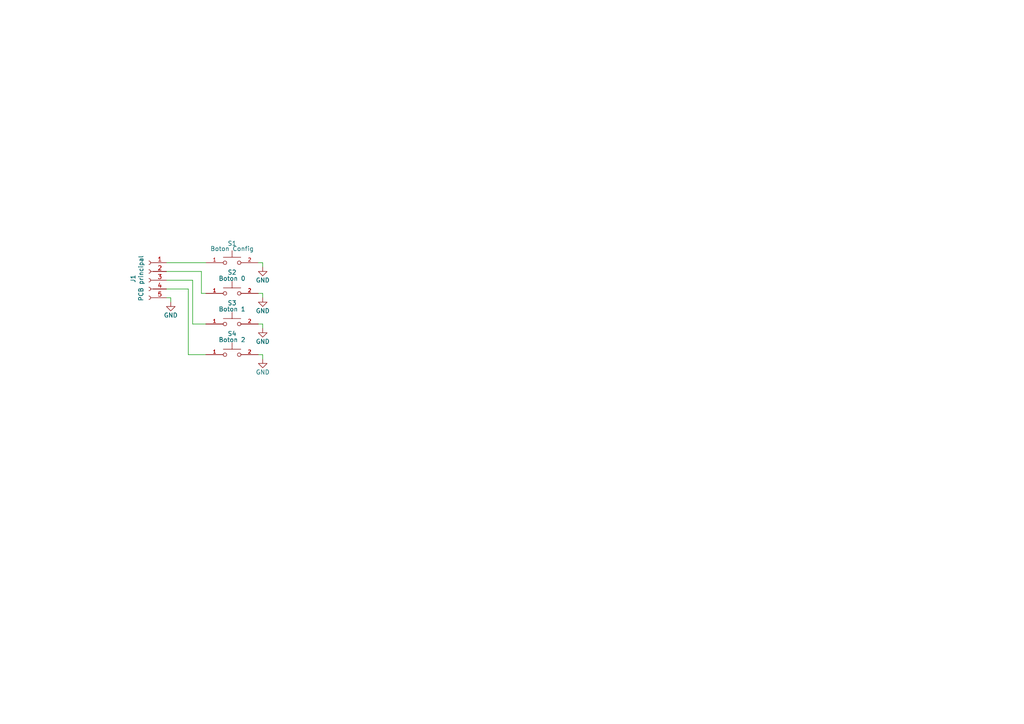
<source format=kicad_sch>
(kicad_sch (version 20250114) (generator "eeschema") (generator_version "9.0")
  (paper "A4")
  (lib_symbols
    (symbol "Connector:Conn_01x05_Socket" (pin_names (offset 1.016) (hide yes))
      (property "Reference" "J" (at 0 7.62 0))
      (property "Value" "Conn_01x05_Socket" (at 0 -7.62 0))
      (symbol "Conn_01x05_Socket_1_1"
        (polyline (pts (xy -1.27 5.08) (xy -0.508 5.08)) (stroke (width 0.1524)))
        (polyline (pts (xy -1.27 2.54) (xy -0.508 2.54)) (stroke (width 0.1524)))
        (polyline (pts (xy -1.27 0) (xy -0.508 0)) (stroke (width 0.1524)))
        (polyline (pts (xy -1.27 -2.54) (xy -0.508 -2.54)) (stroke (width 0.1524)))
        (polyline (pts (xy -1.27 -5.08) (xy -0.508 -5.08)) (stroke (width 0.1524)))
        (arc (start 0 4.572) (mid -0.5058 5.08) (end 0 5.588) (stroke (width 0.1524)))
        (arc (start 0 2.032) (mid -0.5058 2.54) (end 0 3.048) (stroke (width 0.1524)))
        (arc (start 0 -0.508) (mid -0.5058 0) (end 0 0.508) (stroke (width 0.1524)))
        (arc (start 0 -3.048) (mid -0.5058 -2.54) (end 0 -2.032) (stroke (width 0.1524)))
        (arc (start 0 -5.588) (mid -0.5058 -5.08) (end 0 -4.572) (stroke (width 0.1524)))
        (pin passive line (at -5.08 5.08 0) (length 3.81) (name "Pin_1") (number "1"))
        (pin passive line (at -5.08 2.54 0) (length 3.81) (name "Pin_2") (number "2"))
        (pin passive line (at -5.08 0 0) (length 3.81) (name "Pin_3") (number "3"))
        (pin passive line (at -5.08 -2.54 0) (length 3.81) (name "Pin_4") (number "4"))
        (pin passive line (at -5.08 -5.08 0) (length 3.81) (name "Pin_5") (number "5"))
      )
    )
    (symbol "Snapeda:BUTT-2" (pin_names (offset 1.016))
      (property "Reference" "S" (at -5.08 3.81 0))
      (property "Value" "BUTT-2" (at -5.08 -3.81 0))
      (symbol "BUTT-2_0_0"
        (polyline (pts (xy -2.54 1.5875) (xy 0 1.5875)) (stroke (width 0.1524)))
        (circle (center -2.0638 0) (radius 0.508) (stroke (width 0.1524)))
        (polyline (pts (xy 0 1.5875) (xy 0 3.4925)) (stroke (width 0.1524)))
        (polyline (pts (xy 0 1.5875) (xy 2.54 1.5875)) (stroke (width 0.1524)))
        (circle (center 2.0638 0) (radius 0.508) (stroke (width 0.1524)))
        (pin passive line (at -7.62 0 0) (length 5.08) (name "~") (number "1"))
        (pin passive line (at 7.62 0 180) (length 5.08) (name "~") (number "2"))
      )
    )
    (symbol "power:GND" (power) (pin_numbers (hide yes)) (pin_names (offset 0) (hide yes))
      (property "Value" "GND" (at 0 -3.81 0))
      (symbol "GND_0_1"
        (polyline (pts (xy 0 0) (xy 0 -1.27) (xy 1.27 -1.27) (xy 0 -2.54) (xy -1.27 -1.27) (xy 0 -1.27)))
      )
      (symbol "GND_1_1"
        (pin power_in line (at 0 0 270) (length 0) (name "~") (number "1"))
      )
    )
  )
  (wire (pts (xy 55.88 93.98) (xy 59.69 93.98)))
  (wire (pts (xy 76.2 76.2) (xy 74.93 76.2)))
  (wire (pts (xy 58.42 78.74) (xy 58.42 85.09)))
  (wire (pts (xy 54.61 83.82) (xy 54.61 102.87)))
  (wire (pts (xy 48.26 78.74) (xy 58.42 78.74)))
  (wire (pts (xy 58.42 85.09) (xy 59.69 85.09)))
  (wire (pts (xy 48.26 83.82) (xy 54.61 83.82)))
  (wire (pts (xy 76.2 86.36) (xy 76.2 85.09)))
  (wire (pts (xy 76.2 102.87) (xy 74.93 102.87)))
  (wire (pts (xy 76.2 85.09) (xy 74.93 85.09)))
  (wire (pts (xy 48.26 76.2) (xy 59.69 76.2)))
  (wire (pts (xy 76.2 93.98) (xy 74.93 93.98)))
  (wire (pts (xy 55.88 81.28) (xy 55.88 93.98)))
  (wire (pts (xy 48.26 81.28) (xy 55.88 81.28)))
  (wire (pts (xy 76.2 104.14) (xy 76.2 102.87)))
  (wire (pts (xy 54.61 102.87) (xy 59.69 102.87)))
  (wire (pts (xy 49.53 86.36) (xy 49.53 87.63)))
  (wire (pts (xy 76.2 95.25) (xy 76.2 93.98)))
  (wire (pts (xy 48.26 86.36) (xy 49.53 86.36)))
  (wire (pts (xy 76.2 77.47) (xy 76.2 76.2)))
  (symbol (lib_id "Snapeda:BUTT-2") (at 67.31 93.98 0) (unit 1)
    (property "Reference" "S3" (at 67.31 87.884 0))
    (property "Value" "Boton 1" (at 67.31 89.662 0))
    (property "Footprint" "Snapeda:BUTT-2_SW_BUTT-2" (effects (hide yes)))
    (property "MF" "Gravitech" (effects (hide yes)))
    (property "MAXIMUM_PACKAGE_HEIGHT" "9.5 mm" (effects (hide yes)))
    (property "Package" "None" (effects (hide yes)))
    (property "Price" "None" (effects (hide yes)))
    (property "Check_prices" "https://www.snapeda.com/parts/BUTT-2/Gravitech/view-part/?ref=eda" (effects (hide yes)))
    (property "STANDARD" "Manufactrer Recommendations" (effects (hide yes)))
    (property "PARTREV" "N/A" (effects (hide yes)))
    (property "SnapEDA_Link" "https://www.snapeda.com/parts/BUTT-2/Gravitech/view-part/?ref=snap" (effects (hide yes)))
    (property "MP" "BUTT-2" (effects (hide yes)))
    (property "Description_1" "Tactile Switches MINI PUSH BUTTON SWITCH 2-PIN QTY. 4" (effects (hide yes)))
    (property "Availability" "Not in stock" (effects (hide yes)))
    (property "MANUFACTURER" "Gravitech" (effects (hide yes)))
  )
  (symbol (lib_id "power:GND") (at 76.2 86.36 0) (unit 1)
    (property "Reference" "#PWR04" (effects (hide yes)))
    (property "Value" "GND" (at 76.2 90.17 0))
    (property "Description" "Power symbol creates a global label with name \"GND\" , ground" (effects (hide yes)))
  )
  (symbol (lib_id "Connector:Conn_01x05_Socket") (at 43.18 81.28 0) (mirror y) (unit 1)
    (property "Reference" "J1" (at 38.608 82.042 90) (effects (justify left)))
    (property "Value" "PCB principal" (at 40.894 87.376 90) (effects (justify left)))
    (property "Footprint" "Connector_Molex:Molex_KK-254_AE-6410-05A_1x05_P2.54mm_Vertical" (effects (hide yes)))
    (property "Description" "Generic connector, single row, 01x05, script generated" (effects (hide yes)))
  )
  (symbol (lib_id "power:GND") (at 49.53 87.63 0) (unit 1)
    (property "Reference" "#PWR01" (effects (hide yes)))
    (property "Value" "GND" (at 49.53 91.44 0))
    (property "Description" "Power symbol creates a global label with name \"GND\" , ground" (effects (hide yes)))
  )
  (symbol (lib_id "Snapeda:BUTT-2") (at 67.31 85.09 0) (unit 1)
    (property "Reference" "S2" (at 67.31 78.994 0))
    (property "Value" "Boton 0" (at 67.31 80.772 0))
    (property "Footprint" "Snapeda:BUTT-2_SW_BUTT-2" (effects (hide yes)))
    (property "MF" "Gravitech" (effects (hide yes)))
    (property "MAXIMUM_PACKAGE_HEIGHT" "9.5 mm" (effects (hide yes)))
    (property "Package" "None" (effects (hide yes)))
    (property "Price" "None" (effects (hide yes)))
    (property "Check_prices" "https://www.snapeda.com/parts/BUTT-2/Gravitech/view-part/?ref=eda" (effects (hide yes)))
    (property "STANDARD" "Manufactrer Recommendations" (effects (hide yes)))
    (property "PARTREV" "N/A" (effects (hide yes)))
    (property "SnapEDA_Link" "https://www.snapeda.com/parts/BUTT-2/Gravitech/view-part/?ref=snap" (effects (hide yes)))
    (property "MP" "BUTT-2" (effects (hide yes)))
    (property "Description_1" "Tactile Switches MINI PUSH BUTTON SWITCH 2-PIN QTY. 4" (effects (hide yes)))
    (property "Availability" "Not in stock" (effects (hide yes)))
    (property "MANUFACTURER" "Gravitech" (effects (hide yes)))
  )
  (symbol (lib_id "power:GND") (at 76.2 77.47 0) (unit 1)
    (property "Reference" "#PWR05" (effects (hide yes)))
    (property "Value" "GND" (at 76.2 81.28 0))
    (property "Description" "Power symbol creates a global label with name \"GND\" , ground" (effects (hide yes)))
  )
  (symbol (lib_id "Snapeda:BUTT-2") (at 67.31 102.87 0) (unit 1)
    (property "Reference" "S4" (at 67.31 96.774 0))
    (property "Value" "Boton 2" (at 67.31 98.552 0))
    (property "Footprint" "Snapeda:BUTT-2_SW_BUTT-2" (effects (hide yes)))
    (property "MF" "Gravitech" (effects (hide yes)))
    (property "MAXIMUM_PACKAGE_HEIGHT" "9.5 mm" (effects (hide yes)))
    (property "Package" "None" (effects (hide yes)))
    (property "Price" "None" (effects (hide yes)))
    (property "Check_prices" "https://www.snapeda.com/parts/BUTT-2/Gravitech/view-part/?ref=eda" (effects (hide yes)))
    (property "STANDARD" "Manufactrer Recommendations" (effects (hide yes)))
    (property "PARTREV" "N/A" (effects (hide yes)))
    (property "SnapEDA_Link" "https://www.snapeda.com/parts/BUTT-2/Gravitech/view-part/?ref=snap" (effects (hide yes)))
    (property "MP" "BUTT-2" (effects (hide yes)))
    (property "Description_1" "Tactile Switches MINI PUSH BUTTON SWITCH 2-PIN QTY. 4" (effects (hide yes)))
    (property "Availability" "Not in stock" (effects (hide yes)))
    (property "MANUFACTURER" "Gravitech" (effects (hide yes)))
  )
  (symbol (lib_id "Snapeda:BUTT-2") (at 67.31 76.2 0) (unit 1)
    (property "Reference" "S1" (at 67.31 70.612 0))
    (property "Value" "Boton Config" (at 67.31 72.136 0))
    (property "Footprint" "Snapeda:BUTT-2_SW_BUTT-2" (effects (hide yes)))
    (property "MF" "Gravitech" (effects (hide yes)))
    (property "MAXIMUM_PACKAGE_HEIGHT" "9.5 mm" (effects (hide yes)))
    (property "Package" "None" (effects (hide yes)))
    (property "Price" "None" (effects (hide yes)))
    (property "Check_prices" "https://www.snapeda.com/parts/BUTT-2/Gravitech/view-part/?ref=eda" (effects (hide yes)))
    (property "STANDARD" "Manufactrer Recommendations" (effects (hide yes)))
    (property "PARTREV" "N/A" (effects (hide yes)))
    (property "SnapEDA_Link" "https://www.snapeda.com/parts/BUTT-2/Gravitech/view-part/?ref=snap" (effects (hide yes)))
    (property "MP" "BUTT-2" (effects (hide yes)))
    (property "Description_1" "Tactile Switches MINI PUSH BUTTON SWITCH 2-PIN QTY. 4" (effects (hide yes)))
    (property "Availability" "Not in stock" (effects (hide yes)))
    (property "MANUFACTURER" "Gravitech" (effects (hide yes)))
  )
  (symbol (lib_id "power:GND") (at 76.2 104.14 0) (unit 1)
    (property "Reference" "#PWR02" (effects (hide yes)))
    (property "Value" "GND" (at 76.2 107.95 0))
    (property "Description" "Power symbol creates a global label with name \"GND\" , ground" (effects (hide yes)))
  )
  (symbol (lib_id "power:GND") (at 76.2 95.25 0) (unit 1)
    (property "Reference" "#PWR03" (effects (hide yes)))
    (property "Value" "GND" (at 76.2 99.06 0))
    (property "Description" "Power symbol creates a global label with name \"GND\" , ground" (effects (hide yes)))
  )
)
</source>
